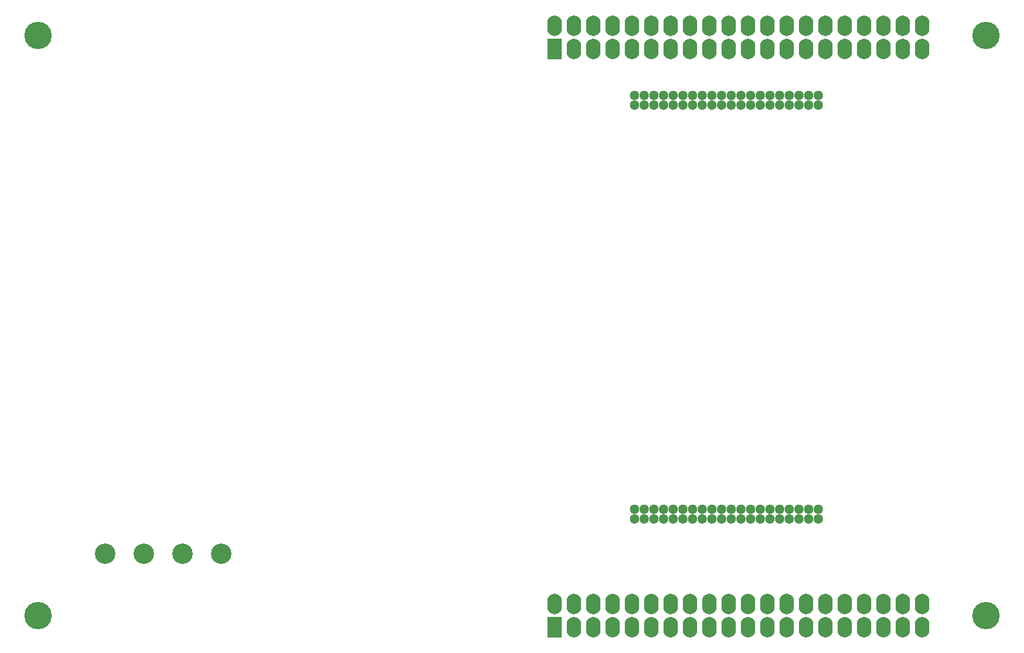
<source format=gbr>
G04 #@! TF.FileFunction,Soldermask,Bot*
%FSLAX46Y46*%
G04 Gerber Fmt 4.6, Leading zero omitted, Abs format (unit mm)*
G04 Created by KiCad (PCBNEW 4.0.7) date 06/14/18 13:46:53*
%MOMM*%
%LPD*%
G01*
G04 APERTURE LIST*
%ADD10C,0.100000*%
%ADD11C,3.600000*%
%ADD12C,1.300000*%
%ADD13R,1.924000X2.686000*%
%ADD14O,1.924000X2.686000*%
%ADD15C,2.686000*%
G04 APERTURE END LIST*
D10*
D11*
X179070000Y-34290000D03*
X179070000Y-110490000D03*
D12*
X132902960Y-42164000D03*
X134172960Y-42164000D03*
X135442960Y-42164000D03*
X136712960Y-42164000D03*
X137982960Y-42164000D03*
X139252960Y-42164000D03*
X140522960Y-42164000D03*
X141792960Y-42164000D03*
X143062960Y-42164000D03*
X144332960Y-42164000D03*
X145602960Y-42164000D03*
X146872960Y-42164000D03*
X148142960Y-42164000D03*
X149412960Y-42164000D03*
X150682960Y-42164000D03*
X151952960Y-42164000D03*
X153222960Y-42164000D03*
X154492960Y-42164000D03*
X155762960Y-42164000D03*
X157032960Y-42164000D03*
X132902960Y-43434000D03*
X134172960Y-43434000D03*
X135442960Y-43434000D03*
X136712960Y-43434000D03*
X137982960Y-43434000D03*
X139252960Y-43434000D03*
X140522960Y-43434000D03*
X141792960Y-43434000D03*
X143062960Y-43434000D03*
X144332960Y-43434000D03*
X145602960Y-43434000D03*
X146872960Y-43434000D03*
X148142960Y-43434000D03*
X149412960Y-43434000D03*
X150682960Y-43434000D03*
X151952960Y-43434000D03*
X153222960Y-43434000D03*
X154492960Y-43434000D03*
X155762960Y-43434000D03*
X157032960Y-43434000D03*
X132902960Y-96520000D03*
X134172960Y-96520000D03*
X135442960Y-96520000D03*
X136712960Y-96520000D03*
X137982960Y-96520000D03*
X139252960Y-96520000D03*
X140522960Y-96520000D03*
X141792960Y-96520000D03*
X143062960Y-96520000D03*
X144332960Y-96520000D03*
X145602960Y-96520000D03*
X146872960Y-96520000D03*
X148142960Y-96520000D03*
X149412960Y-96520000D03*
X150682960Y-96520000D03*
X151952960Y-96520000D03*
X153222960Y-96520000D03*
X154492960Y-96520000D03*
X155762960Y-96520000D03*
X157032960Y-96520000D03*
X132902960Y-97790000D03*
X134172960Y-97790000D03*
X135442960Y-97790000D03*
X136712960Y-97790000D03*
X137982960Y-97790000D03*
X139252960Y-97790000D03*
X140522960Y-97790000D03*
X141792960Y-97790000D03*
X143062960Y-97790000D03*
X144332960Y-97790000D03*
X145602960Y-97790000D03*
X146872960Y-97790000D03*
X148142960Y-97790000D03*
X149412960Y-97790000D03*
X150682960Y-97790000D03*
X151952960Y-97790000D03*
X153222960Y-97790000D03*
X154492960Y-97790000D03*
X155762960Y-97790000D03*
X157032960Y-97790000D03*
D13*
X122428000Y-36068000D03*
D14*
X124968000Y-36068000D03*
X127508000Y-36068000D03*
X130048000Y-36068000D03*
X132588000Y-36068000D03*
X135128000Y-36068000D03*
X137668000Y-36068000D03*
X140208000Y-36068000D03*
X142748000Y-36068000D03*
X145288000Y-36068000D03*
X147828000Y-36068000D03*
X150368000Y-36068000D03*
X152908000Y-36068000D03*
X155448000Y-36068000D03*
X157988000Y-36068000D03*
X160528000Y-36068000D03*
X163068000Y-36068000D03*
X165608000Y-36068000D03*
X168148000Y-36068000D03*
X170688000Y-36068000D03*
X122428000Y-33020000D03*
X124968000Y-33020000D03*
X127508000Y-33020000D03*
X130048000Y-33020000D03*
X132588000Y-33020000D03*
X135128000Y-33020000D03*
X137668000Y-33020000D03*
X140208000Y-33020000D03*
X142748000Y-33020000D03*
X145288000Y-33020000D03*
X147828000Y-33020000D03*
X150368000Y-33020000D03*
X152908000Y-33020000D03*
X155448000Y-33020000D03*
X157988000Y-33020000D03*
X160528000Y-33020000D03*
X163068000Y-33020000D03*
X165608000Y-33020000D03*
X168148000Y-33020000D03*
X170688000Y-33020000D03*
D13*
X122428000Y-112014000D03*
D14*
X124968000Y-112014000D03*
X127508000Y-112014000D03*
X130048000Y-112014000D03*
X132588000Y-112014000D03*
X135128000Y-112014000D03*
X137668000Y-112014000D03*
X140208000Y-112014000D03*
X142748000Y-112014000D03*
X145288000Y-112014000D03*
X147828000Y-112014000D03*
X150368000Y-112014000D03*
X152908000Y-112014000D03*
X155448000Y-112014000D03*
X157988000Y-112014000D03*
X160528000Y-112014000D03*
X163068000Y-112014000D03*
X165608000Y-112014000D03*
X168148000Y-112014000D03*
X170688000Y-112014000D03*
X122428000Y-108966000D03*
X124968000Y-108966000D03*
X127508000Y-108966000D03*
X130048000Y-108966000D03*
X132588000Y-108966000D03*
X135128000Y-108966000D03*
X137668000Y-108966000D03*
X140208000Y-108966000D03*
X142748000Y-108966000D03*
X145288000Y-108966000D03*
X147828000Y-108966000D03*
X150368000Y-108966000D03*
X152908000Y-108966000D03*
X155448000Y-108966000D03*
X157988000Y-108966000D03*
X160528000Y-108966000D03*
X163068000Y-108966000D03*
X165608000Y-108966000D03*
X168148000Y-108966000D03*
X170688000Y-108966000D03*
D11*
X54610000Y-34290000D03*
X54610000Y-110490000D03*
D15*
X63408560Y-102362000D03*
X68488560Y-102362000D03*
X73568560Y-102362000D03*
X78648560Y-102362000D03*
M02*

</source>
